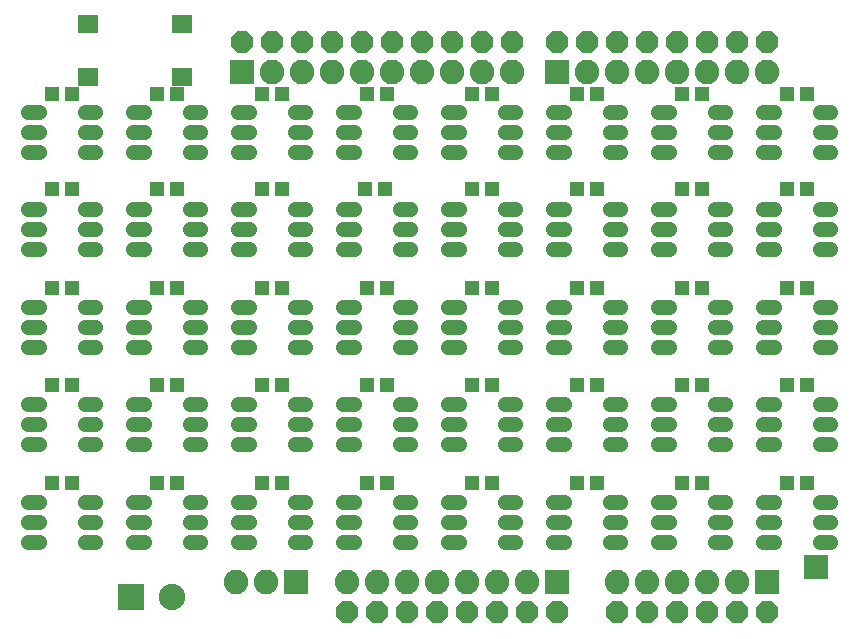
<source format=gts>
G75*
%MOIN*%
%OFA0B0*%
%FSLAX24Y24*%
%IPPOS*%
%LPD*%
%AMOC8*
5,1,8,0,0,1.08239X$1,22.5*
%
%ADD10OC8,0.0740*%
%ADD11C,0.0513*%
%ADD12R,0.0513X0.0474*%
%ADD13C,0.0880*%
%ADD14R,0.0880X0.0880*%
%ADD15R,0.0820X0.0820*%
%ADD16C,0.0820*%
%ADD17R,0.0690X0.0592*%
D10*
X013752Y001500D03*
X014752Y001500D03*
X015752Y001500D03*
X016752Y001500D03*
X017752Y001500D03*
X018752Y001500D03*
X019752Y001500D03*
X020752Y001500D03*
X022752Y001500D03*
X023752Y001500D03*
X024752Y001500D03*
X025752Y001500D03*
X026752Y001500D03*
X027752Y001500D03*
X027752Y020500D03*
X026752Y020500D03*
X025752Y020500D03*
X024752Y020500D03*
X023752Y020500D03*
X022752Y020500D03*
X021752Y020500D03*
X020752Y020500D03*
X019252Y020500D03*
X018252Y020500D03*
X017252Y020500D03*
X016252Y020500D03*
X015252Y020500D03*
X014252Y020500D03*
X013252Y020500D03*
X012252Y020500D03*
X011252Y020500D03*
X010252Y020500D03*
D11*
X003484Y003831D02*
X003130Y003831D01*
X003484Y003831D02*
X003484Y003831D01*
X003130Y003831D01*
X003130Y003831D01*
X003130Y004500D02*
X003484Y004500D01*
X003484Y004500D01*
X003130Y004500D01*
X003130Y004500D01*
X003130Y005169D02*
X003484Y005169D01*
X003484Y005169D01*
X003130Y005169D01*
X003130Y005169D01*
X005020Y005169D02*
X005374Y005169D01*
X005374Y005169D01*
X005020Y005169D01*
X005020Y005169D01*
X005020Y004500D02*
X005374Y004500D01*
X005374Y004500D01*
X005020Y004500D01*
X005020Y004500D01*
X005020Y003831D02*
X005374Y003831D01*
X005374Y003831D01*
X005020Y003831D01*
X005020Y003831D01*
X006630Y003831D02*
X006984Y003831D01*
X006984Y003831D01*
X006630Y003831D01*
X006630Y003831D01*
X006630Y004500D02*
X006984Y004500D01*
X006984Y004500D01*
X006630Y004500D01*
X006630Y004500D01*
X006630Y005169D02*
X006984Y005169D01*
X006984Y005169D01*
X006630Y005169D01*
X006630Y005169D01*
X008520Y005169D02*
X008874Y005169D01*
X008874Y005169D01*
X008520Y005169D01*
X008520Y005169D01*
X008520Y004500D02*
X008874Y004500D01*
X008874Y004500D01*
X008520Y004500D01*
X008520Y004500D01*
X008520Y003831D02*
X008874Y003831D01*
X008874Y003831D01*
X008520Y003831D01*
X008520Y003831D01*
X010130Y003831D02*
X010484Y003831D01*
X010484Y003831D01*
X010130Y003831D01*
X010130Y003831D01*
X010130Y004500D02*
X010484Y004500D01*
X010484Y004500D01*
X010130Y004500D01*
X010130Y004500D01*
X010130Y005169D02*
X010484Y005169D01*
X010484Y005169D01*
X010130Y005169D01*
X010130Y005169D01*
X012020Y005169D02*
X012374Y005169D01*
X012374Y005169D01*
X012020Y005169D01*
X012020Y005169D01*
X012020Y004500D02*
X012374Y004500D01*
X012374Y004500D01*
X012020Y004500D01*
X012020Y004500D01*
X012020Y003831D02*
X012374Y003831D01*
X012374Y003831D01*
X012020Y003831D01*
X012020Y003831D01*
X013630Y003831D02*
X013984Y003831D01*
X013984Y003831D01*
X013630Y003831D01*
X013630Y003831D01*
X013630Y004500D02*
X013984Y004500D01*
X013984Y004500D01*
X013630Y004500D01*
X013630Y004500D01*
X013630Y005169D02*
X013984Y005169D01*
X013984Y005169D01*
X013630Y005169D01*
X013630Y005169D01*
X015520Y005169D02*
X015874Y005169D01*
X015874Y005169D01*
X015520Y005169D01*
X015520Y005169D01*
X015520Y004500D02*
X015874Y004500D01*
X015874Y004500D01*
X015520Y004500D01*
X015520Y004500D01*
X015520Y003831D02*
X015874Y003831D01*
X015874Y003831D01*
X015520Y003831D01*
X015520Y003831D01*
X017130Y003831D02*
X017484Y003831D01*
X017484Y003831D01*
X017130Y003831D01*
X017130Y003831D01*
X017130Y004500D02*
X017484Y004500D01*
X017484Y004500D01*
X017130Y004500D01*
X017130Y004500D01*
X017130Y005169D02*
X017484Y005169D01*
X017484Y005169D01*
X017130Y005169D01*
X017130Y005169D01*
X019020Y005169D02*
X019374Y005169D01*
X019374Y005169D01*
X019020Y005169D01*
X019020Y005169D01*
X019020Y004500D02*
X019374Y004500D01*
X019374Y004500D01*
X019020Y004500D01*
X019020Y004500D01*
X019020Y003831D02*
X019374Y003831D01*
X019374Y003831D01*
X019020Y003831D01*
X019020Y003831D01*
X020630Y003831D02*
X020984Y003831D01*
X020984Y003831D01*
X020630Y003831D01*
X020630Y003831D01*
X020630Y004500D02*
X020984Y004500D01*
X020984Y004500D01*
X020630Y004500D01*
X020630Y004500D01*
X020630Y005169D02*
X020984Y005169D01*
X020984Y005169D01*
X020630Y005169D01*
X020630Y005169D01*
X022520Y005169D02*
X022874Y005169D01*
X022874Y005169D01*
X022520Y005169D01*
X022520Y005169D01*
X022520Y004500D02*
X022874Y004500D01*
X022874Y004500D01*
X022520Y004500D01*
X022520Y004500D01*
X022520Y003831D02*
X022874Y003831D01*
X022874Y003831D01*
X022520Y003831D01*
X022520Y003831D01*
X024130Y003831D02*
X024484Y003831D01*
X024484Y003831D01*
X024130Y003831D01*
X024130Y003831D01*
X024130Y004500D02*
X024484Y004500D01*
X024484Y004500D01*
X024130Y004500D01*
X024130Y004500D01*
X024130Y005169D02*
X024484Y005169D01*
X024484Y005169D01*
X024130Y005169D01*
X024130Y005169D01*
X026020Y005169D02*
X026374Y005169D01*
X026374Y005169D01*
X026020Y005169D01*
X026020Y005169D01*
X026020Y004500D02*
X026374Y004500D01*
X026374Y004500D01*
X026020Y004500D01*
X026020Y004500D01*
X026020Y003831D02*
X026374Y003831D01*
X026374Y003831D01*
X026020Y003831D01*
X026020Y003831D01*
X027630Y003831D02*
X027984Y003831D01*
X027984Y003831D01*
X027630Y003831D01*
X027630Y003831D01*
X027630Y004500D02*
X027984Y004500D01*
X027984Y004500D01*
X027630Y004500D01*
X027630Y004500D01*
X027630Y005169D02*
X027984Y005169D01*
X027984Y005169D01*
X027630Y005169D01*
X027630Y005169D01*
X029520Y005169D02*
X029874Y005169D01*
X029874Y005169D01*
X029520Y005169D01*
X029520Y005169D01*
X029520Y004500D02*
X029874Y004500D01*
X029874Y004500D01*
X029520Y004500D01*
X029520Y004500D01*
X029520Y003831D02*
X029874Y003831D01*
X029874Y003831D01*
X029520Y003831D01*
X029520Y003831D01*
X029520Y007081D02*
X029874Y007081D01*
X029874Y007081D01*
X029520Y007081D01*
X029520Y007081D01*
X029520Y007750D02*
X029874Y007750D01*
X029874Y007750D01*
X029520Y007750D01*
X029520Y007750D01*
X029520Y008419D02*
X029874Y008419D01*
X029874Y008419D01*
X029520Y008419D01*
X029520Y008419D01*
X027984Y008419D02*
X027630Y008419D01*
X027984Y008419D02*
X027984Y008419D01*
X027630Y008419D01*
X027630Y008419D01*
X027630Y007750D02*
X027984Y007750D01*
X027984Y007750D01*
X027630Y007750D01*
X027630Y007750D01*
X027630Y007081D02*
X027984Y007081D01*
X027984Y007081D01*
X027630Y007081D01*
X027630Y007081D01*
X026374Y007081D02*
X026020Y007081D01*
X026374Y007081D02*
X026374Y007081D01*
X026020Y007081D01*
X026020Y007081D01*
X026020Y007750D02*
X026374Y007750D01*
X026374Y007750D01*
X026020Y007750D01*
X026020Y007750D01*
X026020Y008419D02*
X026374Y008419D01*
X026374Y008419D01*
X026020Y008419D01*
X026020Y008419D01*
X024484Y008419D02*
X024130Y008419D01*
X024484Y008419D02*
X024484Y008419D01*
X024130Y008419D01*
X024130Y008419D01*
X024130Y007750D02*
X024484Y007750D01*
X024484Y007750D01*
X024130Y007750D01*
X024130Y007750D01*
X024130Y007081D02*
X024484Y007081D01*
X024484Y007081D01*
X024130Y007081D01*
X024130Y007081D01*
X022874Y007081D02*
X022520Y007081D01*
X022874Y007081D02*
X022874Y007081D01*
X022520Y007081D01*
X022520Y007081D01*
X022520Y007750D02*
X022874Y007750D01*
X022874Y007750D01*
X022520Y007750D01*
X022520Y007750D01*
X022520Y008419D02*
X022874Y008419D01*
X022874Y008419D01*
X022520Y008419D01*
X022520Y008419D01*
X020984Y008419D02*
X020630Y008419D01*
X020984Y008419D02*
X020984Y008419D01*
X020630Y008419D01*
X020630Y008419D01*
X020630Y007750D02*
X020984Y007750D01*
X020984Y007750D01*
X020630Y007750D01*
X020630Y007750D01*
X020630Y007081D02*
X020984Y007081D01*
X020984Y007081D01*
X020630Y007081D01*
X020630Y007081D01*
X019374Y007081D02*
X019020Y007081D01*
X019374Y007081D02*
X019374Y007081D01*
X019020Y007081D01*
X019020Y007081D01*
X019020Y007750D02*
X019374Y007750D01*
X019374Y007750D01*
X019020Y007750D01*
X019020Y007750D01*
X019020Y008419D02*
X019374Y008419D01*
X019374Y008419D01*
X019020Y008419D01*
X019020Y008419D01*
X017484Y008419D02*
X017130Y008419D01*
X017484Y008419D02*
X017484Y008419D01*
X017130Y008419D01*
X017130Y008419D01*
X017130Y007750D02*
X017484Y007750D01*
X017484Y007750D01*
X017130Y007750D01*
X017130Y007750D01*
X017130Y007081D02*
X017484Y007081D01*
X017484Y007081D01*
X017130Y007081D01*
X017130Y007081D01*
X015874Y007081D02*
X015520Y007081D01*
X015874Y007081D02*
X015874Y007081D01*
X015520Y007081D01*
X015520Y007081D01*
X015520Y007750D02*
X015874Y007750D01*
X015874Y007750D01*
X015520Y007750D01*
X015520Y007750D01*
X015520Y008419D02*
X015874Y008419D01*
X015874Y008419D01*
X015520Y008419D01*
X015520Y008419D01*
X013984Y008419D02*
X013630Y008419D01*
X013984Y008419D02*
X013984Y008419D01*
X013630Y008419D01*
X013630Y008419D01*
X013630Y007750D02*
X013984Y007750D01*
X013984Y007750D01*
X013630Y007750D01*
X013630Y007750D01*
X013630Y007081D02*
X013984Y007081D01*
X013984Y007081D01*
X013630Y007081D01*
X013630Y007081D01*
X012374Y007081D02*
X012020Y007081D01*
X012374Y007081D02*
X012374Y007081D01*
X012020Y007081D01*
X012020Y007081D01*
X012020Y007750D02*
X012374Y007750D01*
X012374Y007750D01*
X012020Y007750D01*
X012020Y007750D01*
X012020Y008419D02*
X012374Y008419D01*
X012374Y008419D01*
X012020Y008419D01*
X012020Y008419D01*
X010484Y008419D02*
X010130Y008419D01*
X010484Y008419D02*
X010484Y008419D01*
X010130Y008419D01*
X010130Y008419D01*
X010130Y007750D02*
X010484Y007750D01*
X010484Y007750D01*
X010130Y007750D01*
X010130Y007750D01*
X010130Y007081D02*
X010484Y007081D01*
X010484Y007081D01*
X010130Y007081D01*
X010130Y007081D01*
X008874Y007081D02*
X008520Y007081D01*
X008874Y007081D02*
X008874Y007081D01*
X008520Y007081D01*
X008520Y007081D01*
X008520Y007750D02*
X008874Y007750D01*
X008874Y007750D01*
X008520Y007750D01*
X008520Y007750D01*
X008520Y008419D02*
X008874Y008419D01*
X008874Y008419D01*
X008520Y008419D01*
X008520Y008419D01*
X006984Y008419D02*
X006630Y008419D01*
X006984Y008419D02*
X006984Y008419D01*
X006630Y008419D01*
X006630Y008419D01*
X006630Y007750D02*
X006984Y007750D01*
X006984Y007750D01*
X006630Y007750D01*
X006630Y007750D01*
X006630Y007081D02*
X006984Y007081D01*
X006984Y007081D01*
X006630Y007081D01*
X006630Y007081D01*
X005374Y007081D02*
X005020Y007081D01*
X005374Y007081D02*
X005374Y007081D01*
X005020Y007081D01*
X005020Y007081D01*
X005020Y007750D02*
X005374Y007750D01*
X005374Y007750D01*
X005020Y007750D01*
X005020Y007750D01*
X005020Y008419D02*
X005374Y008419D01*
X005374Y008419D01*
X005020Y008419D01*
X005020Y008419D01*
X003484Y008419D02*
X003130Y008419D01*
X003484Y008419D02*
X003484Y008419D01*
X003130Y008419D01*
X003130Y008419D01*
X003130Y007750D02*
X003484Y007750D01*
X003484Y007750D01*
X003130Y007750D01*
X003130Y007750D01*
X003130Y007081D02*
X003484Y007081D01*
X003484Y007081D01*
X003130Y007081D01*
X003130Y007081D01*
X003130Y010331D02*
X003484Y010331D01*
X003484Y010331D01*
X003130Y010331D01*
X003130Y010331D01*
X003130Y011000D02*
X003484Y011000D01*
X003484Y011000D01*
X003130Y011000D01*
X003130Y011000D01*
X003130Y011669D02*
X003484Y011669D01*
X003484Y011669D01*
X003130Y011669D01*
X003130Y011669D01*
X005020Y011669D02*
X005374Y011669D01*
X005374Y011669D01*
X005020Y011669D01*
X005020Y011669D01*
X005020Y011000D02*
X005374Y011000D01*
X005374Y011000D01*
X005020Y011000D01*
X005020Y011000D01*
X005020Y010331D02*
X005374Y010331D01*
X005374Y010331D01*
X005020Y010331D01*
X005020Y010331D01*
X006630Y010331D02*
X006984Y010331D01*
X006984Y010331D01*
X006630Y010331D01*
X006630Y010331D01*
X006630Y011000D02*
X006984Y011000D01*
X006984Y011000D01*
X006630Y011000D01*
X006630Y011000D01*
X006630Y011669D02*
X006984Y011669D01*
X006984Y011669D01*
X006630Y011669D01*
X006630Y011669D01*
X008520Y011669D02*
X008874Y011669D01*
X008874Y011669D01*
X008520Y011669D01*
X008520Y011669D01*
X008520Y011000D02*
X008874Y011000D01*
X008874Y011000D01*
X008520Y011000D01*
X008520Y011000D01*
X008520Y010331D02*
X008874Y010331D01*
X008874Y010331D01*
X008520Y010331D01*
X008520Y010331D01*
X010130Y010331D02*
X010484Y010331D01*
X010484Y010331D01*
X010130Y010331D01*
X010130Y010331D01*
X010130Y011000D02*
X010484Y011000D01*
X010484Y011000D01*
X010130Y011000D01*
X010130Y011000D01*
X010130Y011669D02*
X010484Y011669D01*
X010484Y011669D01*
X010130Y011669D01*
X010130Y011669D01*
X012020Y011669D02*
X012374Y011669D01*
X012374Y011669D01*
X012020Y011669D01*
X012020Y011669D01*
X012020Y011000D02*
X012374Y011000D01*
X012374Y011000D01*
X012020Y011000D01*
X012020Y011000D01*
X012020Y010331D02*
X012374Y010331D01*
X012374Y010331D01*
X012020Y010331D01*
X012020Y010331D01*
X013630Y010331D02*
X013984Y010331D01*
X013984Y010331D01*
X013630Y010331D01*
X013630Y010331D01*
X013630Y011000D02*
X013984Y011000D01*
X013984Y011000D01*
X013630Y011000D01*
X013630Y011000D01*
X013630Y011669D02*
X013984Y011669D01*
X013984Y011669D01*
X013630Y011669D01*
X013630Y011669D01*
X015520Y011669D02*
X015874Y011669D01*
X015874Y011669D01*
X015520Y011669D01*
X015520Y011669D01*
X015520Y011000D02*
X015874Y011000D01*
X015874Y011000D01*
X015520Y011000D01*
X015520Y011000D01*
X015520Y010331D02*
X015874Y010331D01*
X015874Y010331D01*
X015520Y010331D01*
X015520Y010331D01*
X017130Y010331D02*
X017484Y010331D01*
X017484Y010331D01*
X017130Y010331D01*
X017130Y010331D01*
X017130Y011000D02*
X017484Y011000D01*
X017484Y011000D01*
X017130Y011000D01*
X017130Y011000D01*
X017130Y011669D02*
X017484Y011669D01*
X017484Y011669D01*
X017130Y011669D01*
X017130Y011669D01*
X019020Y011669D02*
X019374Y011669D01*
X019374Y011669D01*
X019020Y011669D01*
X019020Y011669D01*
X019020Y011000D02*
X019374Y011000D01*
X019374Y011000D01*
X019020Y011000D01*
X019020Y011000D01*
X019020Y010331D02*
X019374Y010331D01*
X019374Y010331D01*
X019020Y010331D01*
X019020Y010331D01*
X020630Y010331D02*
X020984Y010331D01*
X020984Y010331D01*
X020630Y010331D01*
X020630Y010331D01*
X020630Y011000D02*
X020984Y011000D01*
X020984Y011000D01*
X020630Y011000D01*
X020630Y011000D01*
X020630Y011669D02*
X020984Y011669D01*
X020984Y011669D01*
X020630Y011669D01*
X020630Y011669D01*
X022520Y011669D02*
X022874Y011669D01*
X022874Y011669D01*
X022520Y011669D01*
X022520Y011669D01*
X022520Y011000D02*
X022874Y011000D01*
X022874Y011000D01*
X022520Y011000D01*
X022520Y011000D01*
X022520Y010331D02*
X022874Y010331D01*
X022874Y010331D01*
X022520Y010331D01*
X022520Y010331D01*
X024130Y010331D02*
X024484Y010331D01*
X024484Y010331D01*
X024130Y010331D01*
X024130Y010331D01*
X024130Y011000D02*
X024484Y011000D01*
X024484Y011000D01*
X024130Y011000D01*
X024130Y011000D01*
X024130Y011669D02*
X024484Y011669D01*
X024484Y011669D01*
X024130Y011669D01*
X024130Y011669D01*
X026020Y011669D02*
X026374Y011669D01*
X026374Y011669D01*
X026020Y011669D01*
X026020Y011669D01*
X026020Y011000D02*
X026374Y011000D01*
X026374Y011000D01*
X026020Y011000D01*
X026020Y011000D01*
X026020Y010331D02*
X026374Y010331D01*
X026374Y010331D01*
X026020Y010331D01*
X026020Y010331D01*
X027630Y010331D02*
X027984Y010331D01*
X027984Y010331D01*
X027630Y010331D01*
X027630Y010331D01*
X027630Y011000D02*
X027984Y011000D01*
X027984Y011000D01*
X027630Y011000D01*
X027630Y011000D01*
X027630Y011669D02*
X027984Y011669D01*
X027984Y011669D01*
X027630Y011669D01*
X027630Y011669D01*
X029520Y011669D02*
X029874Y011669D01*
X029874Y011669D01*
X029520Y011669D01*
X029520Y011669D01*
X029520Y011000D02*
X029874Y011000D01*
X029874Y011000D01*
X029520Y011000D01*
X029520Y011000D01*
X029520Y010331D02*
X029874Y010331D01*
X029874Y010331D01*
X029520Y010331D01*
X029520Y010331D01*
X029520Y013581D02*
X029874Y013581D01*
X029874Y013581D01*
X029520Y013581D01*
X029520Y013581D01*
X029520Y014250D02*
X029874Y014250D01*
X029874Y014250D01*
X029520Y014250D01*
X029520Y014250D01*
X029520Y014919D02*
X029874Y014919D01*
X029874Y014919D01*
X029520Y014919D01*
X029520Y014919D01*
X027984Y014919D02*
X027630Y014919D01*
X027984Y014919D02*
X027984Y014919D01*
X027630Y014919D01*
X027630Y014919D01*
X027630Y014250D02*
X027984Y014250D01*
X027984Y014250D01*
X027630Y014250D01*
X027630Y014250D01*
X027630Y013581D02*
X027984Y013581D01*
X027984Y013581D01*
X027630Y013581D01*
X027630Y013581D01*
X026374Y013581D02*
X026020Y013581D01*
X026374Y013581D02*
X026374Y013581D01*
X026020Y013581D01*
X026020Y013581D01*
X026020Y014250D02*
X026374Y014250D01*
X026374Y014250D01*
X026020Y014250D01*
X026020Y014250D01*
X026020Y014919D02*
X026374Y014919D01*
X026374Y014919D01*
X026020Y014919D01*
X026020Y014919D01*
X024484Y014919D02*
X024130Y014919D01*
X024484Y014919D02*
X024484Y014919D01*
X024130Y014919D01*
X024130Y014919D01*
X024130Y014250D02*
X024484Y014250D01*
X024484Y014250D01*
X024130Y014250D01*
X024130Y014250D01*
X024130Y013581D02*
X024484Y013581D01*
X024484Y013581D01*
X024130Y013581D01*
X024130Y013581D01*
X022874Y013581D02*
X022520Y013581D01*
X022874Y013581D02*
X022874Y013581D01*
X022520Y013581D01*
X022520Y013581D01*
X022520Y014250D02*
X022874Y014250D01*
X022874Y014250D01*
X022520Y014250D01*
X022520Y014250D01*
X022520Y014919D02*
X022874Y014919D01*
X022874Y014919D01*
X022520Y014919D01*
X022520Y014919D01*
X020984Y014919D02*
X020630Y014919D01*
X020984Y014919D02*
X020984Y014919D01*
X020630Y014919D01*
X020630Y014919D01*
X020630Y014250D02*
X020984Y014250D01*
X020984Y014250D01*
X020630Y014250D01*
X020630Y014250D01*
X020630Y013581D02*
X020984Y013581D01*
X020984Y013581D01*
X020630Y013581D01*
X020630Y013581D01*
X019374Y013581D02*
X019020Y013581D01*
X019374Y013581D02*
X019374Y013581D01*
X019020Y013581D01*
X019020Y013581D01*
X019020Y014250D02*
X019374Y014250D01*
X019374Y014250D01*
X019020Y014250D01*
X019020Y014250D01*
X019020Y014919D02*
X019374Y014919D01*
X019374Y014919D01*
X019020Y014919D01*
X019020Y014919D01*
X017484Y014919D02*
X017130Y014919D01*
X017484Y014919D02*
X017484Y014919D01*
X017130Y014919D01*
X017130Y014919D01*
X017130Y014250D02*
X017484Y014250D01*
X017484Y014250D01*
X017130Y014250D01*
X017130Y014250D01*
X017130Y013581D02*
X017484Y013581D01*
X017484Y013581D01*
X017130Y013581D01*
X017130Y013581D01*
X015874Y013581D02*
X015520Y013581D01*
X015874Y013581D02*
X015874Y013581D01*
X015520Y013581D01*
X015520Y013581D01*
X015520Y014250D02*
X015874Y014250D01*
X015874Y014250D01*
X015520Y014250D01*
X015520Y014250D01*
X015520Y014919D02*
X015874Y014919D01*
X015874Y014919D01*
X015520Y014919D01*
X015520Y014919D01*
X013984Y014919D02*
X013630Y014919D01*
X013984Y014919D02*
X013984Y014919D01*
X013630Y014919D01*
X013630Y014919D01*
X013630Y014250D02*
X013984Y014250D01*
X013984Y014250D01*
X013630Y014250D01*
X013630Y014250D01*
X013630Y013581D02*
X013984Y013581D01*
X013984Y013581D01*
X013630Y013581D01*
X013630Y013581D01*
X012374Y013581D02*
X012020Y013581D01*
X012374Y013581D02*
X012374Y013581D01*
X012020Y013581D01*
X012020Y013581D01*
X012020Y014250D02*
X012374Y014250D01*
X012374Y014250D01*
X012020Y014250D01*
X012020Y014250D01*
X012020Y014919D02*
X012374Y014919D01*
X012374Y014919D01*
X012020Y014919D01*
X012020Y014919D01*
X010484Y014919D02*
X010130Y014919D01*
X010484Y014919D02*
X010484Y014919D01*
X010130Y014919D01*
X010130Y014919D01*
X010130Y014250D02*
X010484Y014250D01*
X010484Y014250D01*
X010130Y014250D01*
X010130Y014250D01*
X010130Y013581D02*
X010484Y013581D01*
X010484Y013581D01*
X010130Y013581D01*
X010130Y013581D01*
X008874Y013581D02*
X008520Y013581D01*
X008874Y013581D02*
X008874Y013581D01*
X008520Y013581D01*
X008520Y013581D01*
X008520Y014250D02*
X008874Y014250D01*
X008874Y014250D01*
X008520Y014250D01*
X008520Y014250D01*
X008520Y014919D02*
X008874Y014919D01*
X008874Y014919D01*
X008520Y014919D01*
X008520Y014919D01*
X006984Y014919D02*
X006630Y014919D01*
X006984Y014919D02*
X006984Y014919D01*
X006630Y014919D01*
X006630Y014919D01*
X006630Y014250D02*
X006984Y014250D01*
X006984Y014250D01*
X006630Y014250D01*
X006630Y014250D01*
X006630Y013581D02*
X006984Y013581D01*
X006984Y013581D01*
X006630Y013581D01*
X006630Y013581D01*
X005374Y013581D02*
X005020Y013581D01*
X005374Y013581D02*
X005374Y013581D01*
X005020Y013581D01*
X005020Y013581D01*
X005020Y014250D02*
X005374Y014250D01*
X005374Y014250D01*
X005020Y014250D01*
X005020Y014250D01*
X005020Y014919D02*
X005374Y014919D01*
X005374Y014919D01*
X005020Y014919D01*
X005020Y014919D01*
X003484Y014919D02*
X003130Y014919D01*
X003484Y014919D02*
X003484Y014919D01*
X003130Y014919D01*
X003130Y014919D01*
X003130Y014250D02*
X003484Y014250D01*
X003484Y014250D01*
X003130Y014250D01*
X003130Y014250D01*
X003130Y013581D02*
X003484Y013581D01*
X003484Y013581D01*
X003130Y013581D01*
X003130Y013581D01*
X003130Y016831D02*
X003484Y016831D01*
X003484Y016831D01*
X003130Y016831D01*
X003130Y016831D01*
X003130Y017500D02*
X003484Y017500D01*
X003484Y017500D01*
X003130Y017500D01*
X003130Y017500D01*
X003130Y018169D02*
X003484Y018169D01*
X003484Y018169D01*
X003130Y018169D01*
X003130Y018169D01*
X005020Y018169D02*
X005374Y018169D01*
X005374Y018169D01*
X005020Y018169D01*
X005020Y018169D01*
X005020Y017500D02*
X005374Y017500D01*
X005374Y017500D01*
X005020Y017500D01*
X005020Y017500D01*
X005020Y016831D02*
X005374Y016831D01*
X005374Y016831D01*
X005020Y016831D01*
X005020Y016831D01*
X006630Y016831D02*
X006984Y016831D01*
X006984Y016831D01*
X006630Y016831D01*
X006630Y016831D01*
X006630Y017500D02*
X006984Y017500D01*
X006984Y017500D01*
X006630Y017500D01*
X006630Y017500D01*
X006630Y018169D02*
X006984Y018169D01*
X006984Y018169D01*
X006630Y018169D01*
X006630Y018169D01*
X008520Y018169D02*
X008874Y018169D01*
X008874Y018169D01*
X008520Y018169D01*
X008520Y018169D01*
X008520Y017500D02*
X008874Y017500D01*
X008874Y017500D01*
X008520Y017500D01*
X008520Y017500D01*
X008520Y016831D02*
X008874Y016831D01*
X008874Y016831D01*
X008520Y016831D01*
X008520Y016831D01*
X010130Y016831D02*
X010484Y016831D01*
X010484Y016831D01*
X010130Y016831D01*
X010130Y016831D01*
X010130Y017500D02*
X010484Y017500D01*
X010484Y017500D01*
X010130Y017500D01*
X010130Y017500D01*
X010130Y018169D02*
X010484Y018169D01*
X010484Y018169D01*
X010130Y018169D01*
X010130Y018169D01*
X012020Y018169D02*
X012374Y018169D01*
X012374Y018169D01*
X012020Y018169D01*
X012020Y018169D01*
X012020Y017500D02*
X012374Y017500D01*
X012374Y017500D01*
X012020Y017500D01*
X012020Y017500D01*
X012020Y016831D02*
X012374Y016831D01*
X012374Y016831D01*
X012020Y016831D01*
X012020Y016831D01*
X013630Y016831D02*
X013984Y016831D01*
X013984Y016831D01*
X013630Y016831D01*
X013630Y016831D01*
X013630Y017500D02*
X013984Y017500D01*
X013984Y017500D01*
X013630Y017500D01*
X013630Y017500D01*
X013630Y018169D02*
X013984Y018169D01*
X013984Y018169D01*
X013630Y018169D01*
X013630Y018169D01*
X015520Y018169D02*
X015874Y018169D01*
X015874Y018169D01*
X015520Y018169D01*
X015520Y018169D01*
X015520Y017500D02*
X015874Y017500D01*
X015874Y017500D01*
X015520Y017500D01*
X015520Y017500D01*
X015520Y016831D02*
X015874Y016831D01*
X015874Y016831D01*
X015520Y016831D01*
X015520Y016831D01*
X017130Y016831D02*
X017484Y016831D01*
X017484Y016831D01*
X017130Y016831D01*
X017130Y016831D01*
X017130Y017500D02*
X017484Y017500D01*
X017484Y017500D01*
X017130Y017500D01*
X017130Y017500D01*
X017130Y018169D02*
X017484Y018169D01*
X017484Y018169D01*
X017130Y018169D01*
X017130Y018169D01*
X019020Y018169D02*
X019374Y018169D01*
X019374Y018169D01*
X019020Y018169D01*
X019020Y018169D01*
X019020Y017500D02*
X019374Y017500D01*
X019374Y017500D01*
X019020Y017500D01*
X019020Y017500D01*
X019020Y016831D02*
X019374Y016831D01*
X019374Y016831D01*
X019020Y016831D01*
X019020Y016831D01*
X020630Y016831D02*
X020984Y016831D01*
X020984Y016831D01*
X020630Y016831D01*
X020630Y016831D01*
X020630Y017500D02*
X020984Y017500D01*
X020984Y017500D01*
X020630Y017500D01*
X020630Y017500D01*
X020630Y018169D02*
X020984Y018169D01*
X020984Y018169D01*
X020630Y018169D01*
X020630Y018169D01*
X022520Y018169D02*
X022874Y018169D01*
X022874Y018169D01*
X022520Y018169D01*
X022520Y018169D01*
X022520Y017500D02*
X022874Y017500D01*
X022874Y017500D01*
X022520Y017500D01*
X022520Y017500D01*
X022520Y016831D02*
X022874Y016831D01*
X022874Y016831D01*
X022520Y016831D01*
X022520Y016831D01*
X024130Y016831D02*
X024484Y016831D01*
X024484Y016831D01*
X024130Y016831D01*
X024130Y016831D01*
X024130Y017500D02*
X024484Y017500D01*
X024484Y017500D01*
X024130Y017500D01*
X024130Y017500D01*
X024130Y018169D02*
X024484Y018169D01*
X024484Y018169D01*
X024130Y018169D01*
X024130Y018169D01*
X026020Y018169D02*
X026374Y018169D01*
X026374Y018169D01*
X026020Y018169D01*
X026020Y018169D01*
X026020Y017500D02*
X026374Y017500D01*
X026374Y017500D01*
X026020Y017500D01*
X026020Y017500D01*
X026020Y016831D02*
X026374Y016831D01*
X026374Y016831D01*
X026020Y016831D01*
X026020Y016831D01*
X027630Y016831D02*
X027984Y016831D01*
X027984Y016831D01*
X027630Y016831D01*
X027630Y016831D01*
X027630Y017500D02*
X027984Y017500D01*
X027984Y017500D01*
X027630Y017500D01*
X027630Y017500D01*
X027630Y018169D02*
X027984Y018169D01*
X027984Y018169D01*
X027630Y018169D01*
X027630Y018169D01*
X029520Y018169D02*
X029874Y018169D01*
X029874Y018169D01*
X029520Y018169D01*
X029520Y018169D01*
X029520Y017500D02*
X029874Y017500D01*
X029874Y017500D01*
X029520Y017500D01*
X029520Y017500D01*
X029520Y016831D02*
X029874Y016831D01*
X029874Y016831D01*
X029520Y016831D01*
X029520Y016831D01*
D12*
X029087Y015600D03*
X028418Y015600D03*
X025587Y015600D03*
X024918Y015600D03*
X022087Y015600D03*
X021418Y015600D03*
X018587Y015600D03*
X017918Y015600D03*
X015037Y015600D03*
X014368Y015600D03*
X011587Y015600D03*
X010918Y015600D03*
X008087Y015600D03*
X007418Y015600D03*
X004587Y015600D03*
X003918Y015600D03*
X003918Y018750D03*
X004587Y018750D03*
X007418Y018750D03*
X008087Y018750D03*
X010918Y018750D03*
X011587Y018750D03*
X014418Y018750D03*
X015087Y018750D03*
X017918Y018750D03*
X018587Y018750D03*
X021418Y018750D03*
X022087Y018750D03*
X024918Y018750D03*
X025587Y018750D03*
X028418Y018750D03*
X029087Y018750D03*
X029087Y012300D03*
X028418Y012300D03*
X025587Y012300D03*
X024918Y012300D03*
X022087Y012300D03*
X021418Y012300D03*
X018587Y012300D03*
X017918Y012300D03*
X015087Y012300D03*
X014418Y012300D03*
X011587Y012300D03*
X010918Y012300D03*
X008087Y012300D03*
X007418Y012300D03*
X004587Y012300D03*
X003918Y012300D03*
X003918Y009050D03*
X004587Y009050D03*
X007418Y009050D03*
X008087Y009050D03*
X010918Y009050D03*
X011587Y009050D03*
X014418Y009050D03*
X015087Y009050D03*
X017918Y009050D03*
X018587Y009050D03*
X021418Y009050D03*
X022087Y009050D03*
X024918Y009050D03*
X025587Y009050D03*
X028418Y009050D03*
X029087Y009050D03*
X029087Y005800D03*
X028418Y005800D03*
X025587Y005800D03*
X024918Y005800D03*
X022087Y005800D03*
X021418Y005800D03*
X018587Y005800D03*
X017918Y005800D03*
X015087Y005800D03*
X014418Y005800D03*
X011587Y005800D03*
X010918Y005800D03*
X008087Y005800D03*
X007418Y005800D03*
X004587Y005800D03*
X003918Y005800D03*
D13*
X007941Y002000D03*
D14*
X006563Y002000D03*
D15*
X012052Y002500D03*
X020752Y002500D03*
X027752Y002500D03*
X029402Y003000D03*
X020752Y019500D03*
X010252Y019500D03*
D16*
X011252Y019500D03*
X012252Y019500D03*
X013252Y019500D03*
X014252Y019500D03*
X015252Y019500D03*
X016252Y019500D03*
X017252Y019500D03*
X018252Y019500D03*
X019252Y019500D03*
X021752Y019500D03*
X022752Y019500D03*
X023752Y019500D03*
X024752Y019500D03*
X025752Y019500D03*
X026752Y019500D03*
X027752Y019500D03*
X026752Y002500D03*
X025752Y002500D03*
X024752Y002500D03*
X023752Y002500D03*
X022752Y002500D03*
X019752Y002500D03*
X018752Y002500D03*
X017752Y002500D03*
X016752Y002500D03*
X015752Y002500D03*
X014752Y002500D03*
X013752Y002500D03*
X011052Y002500D03*
X010052Y002500D03*
D17*
X008267Y019314D03*
X008267Y021086D03*
X005137Y021086D03*
X005137Y019314D03*
M02*

</source>
